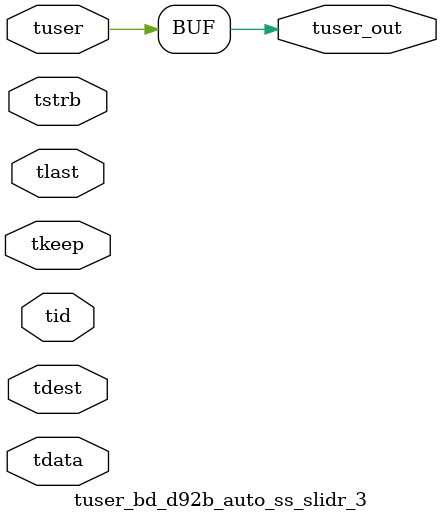
<source format=v>


`timescale 1ps/1ps

module tuser_bd_d92b_auto_ss_slidr_3 #
(
parameter C_S_AXIS_TUSER_WIDTH = 1,
parameter C_S_AXIS_TDATA_WIDTH = 32,
parameter C_S_AXIS_TID_WIDTH   = 0,
parameter C_S_AXIS_TDEST_WIDTH = 0,
parameter C_M_AXIS_TUSER_WIDTH = 1
)
(
input  [(C_S_AXIS_TUSER_WIDTH == 0 ? 1 : C_S_AXIS_TUSER_WIDTH)-1:0     ] tuser,
input  [(C_S_AXIS_TDATA_WIDTH == 0 ? 1 : C_S_AXIS_TDATA_WIDTH)-1:0     ] tdata,
input  [(C_S_AXIS_TID_WIDTH   == 0 ? 1 : C_S_AXIS_TID_WIDTH)-1:0       ] tid,
input  [(C_S_AXIS_TDEST_WIDTH == 0 ? 1 : C_S_AXIS_TDEST_WIDTH)-1:0     ] tdest,
input  [(C_S_AXIS_TDATA_WIDTH/8)-1:0 ] tkeep,
input  [(C_S_AXIS_TDATA_WIDTH/8)-1:0 ] tstrb,
input                                                                    tlast,
output [C_M_AXIS_TUSER_WIDTH-1:0] tuser_out
);

assign tuser_out = {tuser[0:0]};

endmodule


</source>
